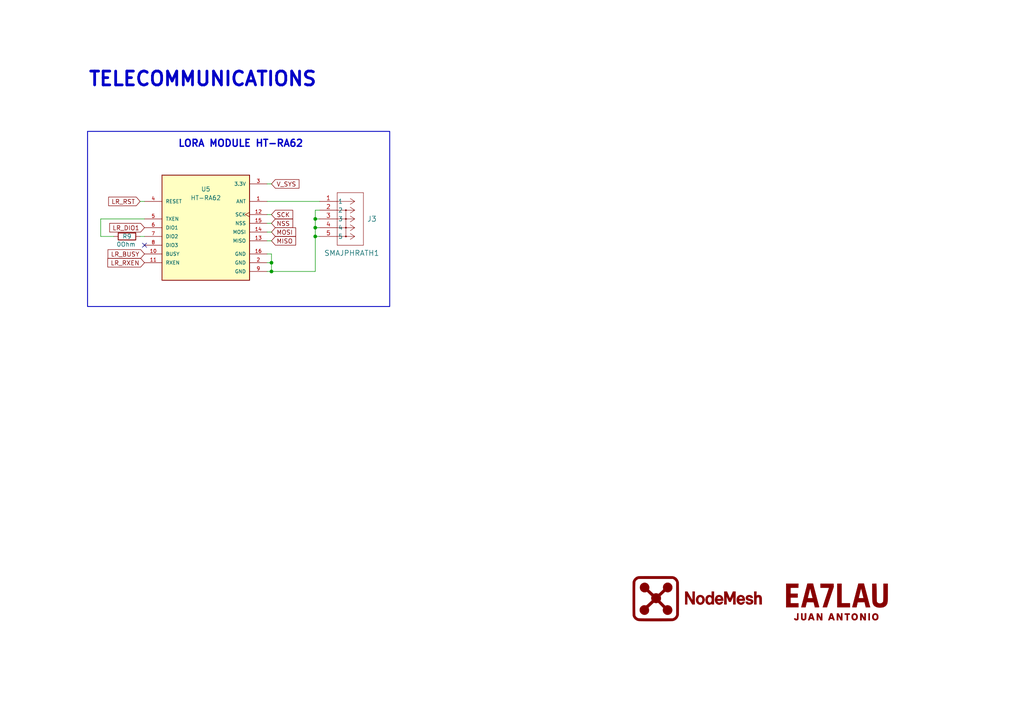
<source format=kicad_sch>
(kicad_sch (version 20250114) (generator "eeschema") (generator_version "9.0")
  (paper "A4")
  (title_block (title "NODEMESHPCB - TELECOMMUNITATIONS") (date "18/06/2025") (rev "v1.0"))
  (lib_symbols
    (symbol "Device:R" (pin_numbers (hide yes)) (pin_names (offset 0))
      (property "Reference" "R" (at 2.032 0 90))
      (property "Value" "R" (at 0 0 90))
      (symbol "R_1_1"
        (pin passive line (at 0 3.81 270) (length 1.27) (name "~") (number "1"))
        (pin passive line (at 0 -3.81 90) (length 1.27) (name "~") (number "2"))
      )
    )
    (symbol "EA7LAULogo2:LOGO" (pin_names (offset 1.016)))
    (symbol "HT-RA62:HT-RA62" (pin_names (offset 1.016))
      (property "Reference" "U" (at -12.7 16.256 0))
      (property "Value" "HT-RA62" (at -3.81 12.192 0))
      (symbol "HT-RA62_0_0"
        (pin input line (at -17.78 7.62 0) (length 5.08) (name "RESET") (number "4"))
        (pin bidirectional line (at -17.78 0 0) (length 5.08) (name "DIO1") (number "6"))
        (pin bidirectional line (at -17.78 -2.54 0) (length 5.08) (name "DIO2") (number "7"))
        (pin bidirectional line (at -17.78 -5.08 0) (length 5.08) (name "DIO3") (number "8"))
        (pin power_in line (at 17.78 12.7 180) (length 5.08) (name "3.3V") (number "3"))
        (pin bidirectional line (at 17.78 7.62 180) (length 5.08) (name "ANT") (number "1"))
        (pin input clock (at 17.78 3.81 180) (length 5.08) (name "SCK") (number "12"))
        (pin input line (at 17.78 1.27 180) (length 5.08) (name "NSS") (number "15"))
        (pin input line (at 17.78 -1.27 180) (length 5.08) (name "MOSI") (number "14"))
        (pin output line (at 17.78 -3.81 180) (length 5.08) (name "MISO") (number "13"))
        (pin power_in line (at 17.78 -10.16 180) (length 5.08) (name "GND") (number "2"))
        (pin power_in line (at 17.78 -12.7 180) (length 5.08) (name "GND") (number "9"))
      )
      (symbol "HT-RA62_1_0"
        (pin bidirectional line (at -17.78 2.54 0) (length 5.08) (name "TXEN") (number "5"))
        (pin bidirectional line (at -17.78 -7.62 0) (length 5.08) (name "BUSY") (number "10"))
        (pin bidirectional line (at -17.78 -10.16 0) (length 5.08) (name "RXEN") (number "11"))
        (pin power_in line (at 17.78 -7.62 180) (length 5.08) (name "GND") (number "16"))
      )
    )
    (symbol "NodeMeshLogo:LOGO" (pin_names (offset 1.016)))
    (symbol "SMAJPHRATH1:SMA-J-P-H-RA-TH1" (pin_names (offset 0.254))
      (property "Reference" "J" (at 8.89 6.35 0))
      (property "Value" "SMA-J-P-H-RA-TH1" (at 0 0 0))
      (symbol "SMA-J-P-H-RA-TH1_1_1"
        (pin unspecified line (at 0 0 0) (length 5.08) (name "1") (number "1"))
        (pin unspecified line (at 0 -2.54 0) (length 5.08) (name "2") (number "2"))
        (pin unspecified line (at 0 -5.08 0) (length 5.08) (name "3") (number "3"))
        (pin unspecified line (at 0 -7.62 0) (length 5.08) (name "4") (number "4"))
        (pin unspecified line (at 0 -10.16 0) (length 5.08) (name "5") (number "5"))
      )
      (symbol "SMA-J-P-H-RA-TH1_1_2"
        (pin unspecified line (at 0 0 0) (length 5.08) (name "1") (number "1"))
        (pin unspecified line (at 0 -2.54 0) (length 5.08) (name "2") (number "2"))
        (pin unspecified line (at 0 -5.08 0) (length 5.08) (name "3") (number "3"))
        (pin unspecified line (at 0 -7.62 0) (length 5.08) (name "4") (number "4"))
        (pin unspecified line (at 0 -10.16 0) (length 5.08) (name "5") (number "5"))
      )
    )
  )
  (rectangle (start 25.4 38.1) (end 113.03 88.9) (stroke (width 0.254)))
  (text "LORA MODULE HT-RA62" (at 51.562 42.926 0) (effects (font (size 2 2) (thickness 0.4) (bold yes)) (justify left bottom)))
  (text "TELECOMMUNICATIONS" (at 25.4 25.4 0) (effects (font (size 4 4) (bold yes)) (justify left bottom)))
  (junction (at 91.44 68.58))
  (junction (at 91.44 66.04))
  (junction (at 78.74 78.74))
  (junction (at 91.44 63.5))
  (junction (at 78.74 76.2))
  (no_connect (at 41.91 71.12))
  (wire (pts (xy 40.64 58.42) (xy 41.91 58.42)))
  (wire (pts (xy 92.71 60.96) (xy 91.44 60.96)))
  (wire (pts (xy 78.74 69.85) (xy 77.47 69.85)))
  (wire (pts (xy 78.74 76.2) (xy 78.74 78.74)))
  (wire (pts (xy 92.71 66.04) (xy 91.44 66.04)))
  (wire (pts (xy 40.64 68.58) (xy 41.91 68.58)))
  (wire (pts (xy 91.44 63.5) (xy 92.71 63.5)))
  (wire (pts (xy 33.02 68.58) (xy 29.21 68.58)))
  (wire (pts (xy 78.74 67.31) (xy 77.47 67.31)))
  (wire (pts (xy 91.44 68.58) (xy 91.44 66.04)))
  (wire (pts (xy 29.21 68.58) (xy 29.21 63.5)))
  (wire (pts (xy 29.21 63.5) (xy 41.91 63.5)))
  (wire (pts (xy 77.47 73.66) (xy 78.74 73.66)))
  (wire (pts (xy 91.44 60.96) (xy 91.44 63.5)))
  (wire (pts (xy 77.47 58.42) (xy 92.71 58.42)))
  (wire (pts (xy 78.74 53.34) (xy 77.47 53.34)))
  (wire (pts (xy 91.44 78.74) (xy 91.44 68.58)))
  (wire (pts (xy 78.74 64.77) (xy 77.47 64.77)))
  (wire (pts (xy 78.74 73.66) (xy 78.74 76.2)))
  (wire (pts (xy 78.74 78.74) (xy 91.44 78.74)))
  (wire (pts (xy 91.44 66.04) (xy 91.44 63.5)))
  (wire (pts (xy 77.47 76.2) (xy 78.74 76.2)))
  (wire (pts (xy 78.74 62.23) (xy 77.47 62.23)))
  (wire (pts (xy 92.71 68.58) (xy 91.44 68.58)))
  (wire (pts (xy 77.47 78.74) (xy 78.74 78.74)))
  (global_label "NSS" (shape input) (at 78.74 64.77 0) (property "Intersheetrefs" "${INTERSHEET_REFS}" (effects (hide yes))))
  (global_label "LR_RST" (shape input) (at 40.64 58.42 180) (property "Intersheetrefs" "${INTERSHEET_REFS}" (effects (hide yes))))
  (global_label "LR_BUSY" (shape input) (at 41.91 73.66 180) (property "Intersheetrefs" "${INTERSHEET_REFS}" (effects (hide yes))))
  (global_label "LR_RXEN" (shape input) (at 41.91 76.2 180) (property "Intersheetrefs" "${INTERSHEET_REFS}" (effects (hide yes))))
  (global_label "V_SYS" (shape input) (at 78.74 53.34 0) (property "Intersheetrefs" "${INTERSHEET_REFS}" (effects (hide yes))))
  (global_label "MISO" (shape input) (at 78.74 69.85 0) (property "Intersheetrefs" "${INTERSHEET_REFS}" (effects (hide yes))))
  (global_label "SCK" (shape input) (at 78.74 62.23 0) (property "Intersheetrefs" "${INTERSHEET_REFS}" (effects (hide yes))))
  (global_label "LR_DIO1" (shape input) (at 41.91 66.04 180) (property "Intersheetrefs" "${INTERSHEET_REFS}" (effects (hide yes))))
  (global_label "MOSI" (shape input) (at 78.74 67.31 0) (property "Intersheetrefs" "${INTERSHEET_REFS}" (effects (hide yes))))
  (symbol (lib_id "EA7LAULogo2:LOGO") (at 242.57 173.99 0) (unit 1)
    (property "Reference" "#G8" (effects (hide yes)))
    (property "Value" "LOGO" (effects (hide yes)))
  )
  (symbol (lib_id "Device:R") (at 36.83 68.58 90) (unit 1)
    (property "Reference" "R9" (at 36.83 68.58 90))
    (property "Value" "0Ohm" (at 36.576 70.866 90))
    (property "Description" "Resistor" (effects (hide yes)))
  )
  (symbol (lib_id "HT-RA62:HT-RA62") (at 59.69 66.04 0) (unit 1)
    (property "Reference" "U5" (at 59.69 54.864 0))
    (property "Value" "HT-RA62" (at 59.69 57.404 0))
    (property "MF" "Heltek" (effects (hide yes)))
    (property "MP" "HT-RA62" (effects (hide yes)))
  )
  (symbol (lib_id "SMAJPHRATH1:SMA-J-P-H-RA-TH1") (at 92.71 58.42 0) (unit 1)
    (property "Reference" "J3" (at 106.426 63.5 0) (effects (font (size 1.524 1.524)) (justify left)))
    (property "Value" "SMAJPHRATH1" (at 93.98 73.406 0) (effects (font (size 1.524 1.524)) (justify left)))
    (property "Footprint" "CONN_SMA-J-P-H-RA-TH1_SAI" (effects (hide yes)))
    (property "Datasheet" "SMA-J-P-H-RA-TH1" (effects (hide yes)))
  )
  (symbol (lib_id "NodeMeshLogo:LOGO") (at 201.93 173.99 0) (unit 1)
    (property "Reference" "#G7" (effects (hide yes)))
    (property "Value" "LOGO" (effects (hide yes)))
  )
)
</source>
